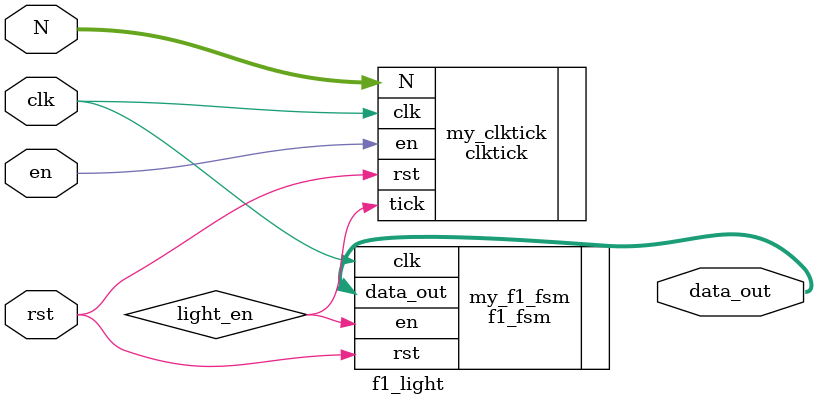
<source format=sv>
module f1_light #(
	parameter NUM_LIGHTS = 8,
		  WAIT_TICK_BITS = 16
)(
	input logic en,
	input logic clk,
	input logic rst,

	input [WAIT_TICK_BITS-1:0] N,

	output logic [NUM_LIGHTS-1:0] data_out
);

logic light_en;

clktick #(WAIT_TICK_BITS) my_clktick (
	.clk (clk),
	.rst (rst),
	.en (en),
	.N (N),
	.tick (light_en)
);

f1_fsm #(NUM_LIGHTS) my_f1_fsm (
	.en (light_en),
	.rst (rst),
	.clk (clk),
	.data_out (data_out)
);

endmodule

</source>
